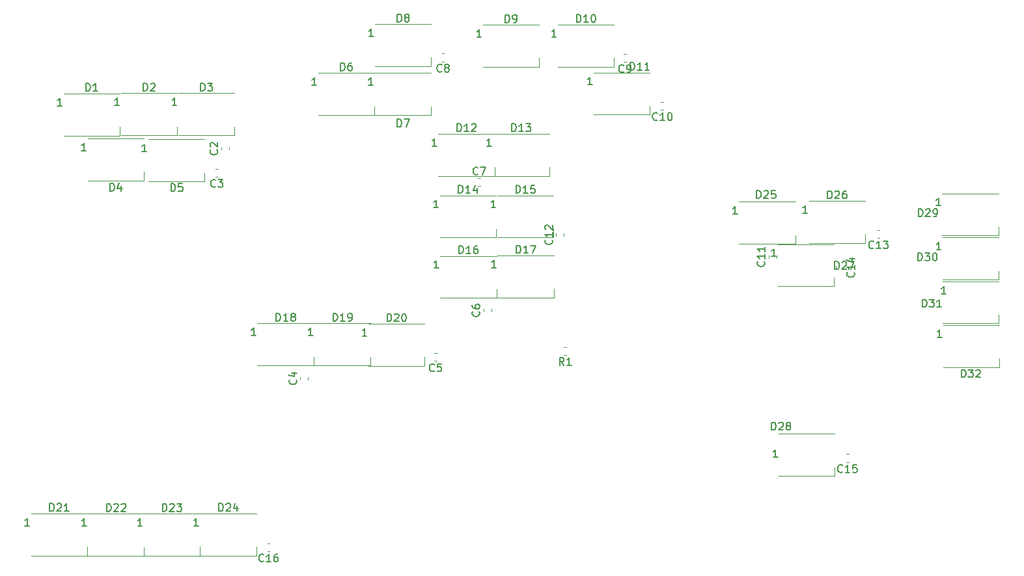
<source format=gbr>
%TF.GenerationSoftware,KiCad,Pcbnew,(5.1.6)-1*%
%TF.CreationDate,2020-12-18T17:33:36+11:00*%
%TF.ProjectId,Fuel Panel PCB V2,4675656c-2050-4616-9e65-6c2050434220,rev?*%
%TF.SameCoordinates,Original*%
%TF.FileFunction,Legend,Top*%
%TF.FilePolarity,Positive*%
%FSLAX46Y46*%
G04 Gerber Fmt 4.6, Leading zero omitted, Abs format (unit mm)*
G04 Created by KiCad (PCBNEW (5.1.6)-1) date 2020-12-18 17:33:36*
%MOMM*%
%LPD*%
G01*
G04 APERTURE LIST*
%ADD10C,0.120000*%
%ADD11C,0.150000*%
G04 APERTURE END LIST*
D10*
%TO.C,R1*%
X170444779Y-121308000D02*
X170119221Y-121308000D01*
X170444779Y-122328000D02*
X170119221Y-122328000D01*
%TO.C,C16*%
X131846639Y-146883660D02*
X131521081Y-146883660D01*
X131846639Y-147903660D02*
X131521081Y-147903660D01*
%TO.C,C15*%
X207137319Y-135260620D02*
X206811761Y-135260620D01*
X207137319Y-136280620D02*
X206811761Y-136280620D01*
%TO.C,C14*%
X205509400Y-110786861D02*
X205509400Y-111112419D01*
X206529400Y-110786861D02*
X206529400Y-111112419D01*
%TO.C,C13*%
X211188619Y-106103960D02*
X210863061Y-106103960D01*
X211188619Y-107123960D02*
X210863061Y-107123960D01*
%TO.C,C12*%
X170121040Y-106860659D02*
X170121040Y-106535101D01*
X169101040Y-106860659D02*
X169101040Y-106535101D01*
%TO.C,C11*%
X197733380Y-109707799D02*
X197733380Y-109382241D01*
X196713380Y-109707799D02*
X196713380Y-109382241D01*
%TO.C,C10*%
X183060659Y-89406000D02*
X182735101Y-89406000D01*
X183060659Y-90426000D02*
X182735101Y-90426000D01*
%TO.C,C9*%
X178214139Y-83165220D02*
X177888581Y-83165220D01*
X178214139Y-84185220D02*
X177888581Y-84185220D01*
%TO.C,C8*%
X154543979Y-83106800D02*
X154218421Y-83106800D01*
X154543979Y-84126800D02*
X154218421Y-84126800D01*
%TO.C,C7*%
X158922401Y-100375180D02*
X159247959Y-100375180D01*
X158922401Y-99355180D02*
X159247959Y-99355180D01*
%TO.C,C6*%
X160646840Y-116695339D02*
X160646840Y-116369781D01*
X159626840Y-116695339D02*
X159626840Y-116369781D01*
%TO.C,C5*%
X153573799Y-122113580D02*
X153248241Y-122113580D01*
X153573799Y-123133580D02*
X153248241Y-123133580D01*
%TO.C,C4*%
X136840007Y-125559452D02*
X136840007Y-125233894D01*
X135820007Y-125559452D02*
X135820007Y-125233894D01*
%TO.C,C3*%
X125130879Y-98095340D02*
X124805321Y-98095340D01*
X125130879Y-99115340D02*
X124805321Y-99115340D01*
%TO.C,C2*%
X126565120Y-95626039D02*
X126565120Y-95300481D01*
X125545120Y-95626039D02*
X125545120Y-95300481D01*
%TO.C,D5*%
X123335000Y-99778000D02*
X123335000Y-98628000D01*
X116035000Y-99778000D02*
X123335000Y-99778000D01*
X116035000Y-94278000D02*
X123335000Y-94278000D01*
%TO.C,D28*%
X205326000Y-138132000D02*
X205326000Y-136982000D01*
X198026000Y-138132000D02*
X205326000Y-138132000D01*
X198026000Y-132632000D02*
X205326000Y-132632000D01*
%TO.C,D14*%
X161271000Y-107068000D02*
X161271000Y-105918000D01*
X153971000Y-107068000D02*
X161271000Y-107068000D01*
X153971000Y-101568000D02*
X161271000Y-101568000D01*
%TO.C,D32*%
X226752000Y-123933000D02*
X226752000Y-122783000D01*
X219452000Y-123933000D02*
X226752000Y-123933000D01*
X219452000Y-118433000D02*
X226752000Y-118433000D01*
%TO.C,D31*%
X226650000Y-118244000D02*
X226650000Y-117094000D01*
X219350000Y-118244000D02*
X226650000Y-118244000D01*
X219350000Y-112744000D02*
X226650000Y-112744000D01*
%TO.C,D30*%
X226650000Y-112554000D02*
X226650000Y-111404000D01*
X219350000Y-112554000D02*
X226650000Y-112554000D01*
X219350000Y-107054000D02*
X226650000Y-107054000D01*
%TO.C,D29*%
X226611000Y-106814000D02*
X226611000Y-105664000D01*
X219311000Y-106814000D02*
X226611000Y-106814000D01*
X219311000Y-101314000D02*
X226611000Y-101314000D01*
%TO.C,D27*%
X205213000Y-113418000D02*
X205213000Y-112268000D01*
X197913000Y-113418000D02*
X205213000Y-113418000D01*
X197913000Y-107918000D02*
X205213000Y-107918000D01*
%TO.C,D26*%
X209277000Y-107779000D02*
X209277000Y-106629000D01*
X201977000Y-107779000D02*
X209277000Y-107779000D01*
X201977000Y-102279000D02*
X209277000Y-102279000D01*
%TO.C,D25*%
X200184000Y-107881000D02*
X200184000Y-106731000D01*
X192884000Y-107881000D02*
X200184000Y-107881000D01*
X192884000Y-102381000D02*
X200184000Y-102381000D01*
%TO.C,D24*%
X130080000Y-148495000D02*
X130080000Y-147345000D01*
X122780000Y-148495000D02*
X130080000Y-148495000D01*
X122780000Y-142995000D02*
X130080000Y-142995000D01*
%TO.C,D23*%
X122764000Y-148520000D02*
X122764000Y-147370000D01*
X115464000Y-148520000D02*
X122764000Y-148520000D01*
X115464000Y-143020000D02*
X122764000Y-143020000D01*
%TO.C,D22*%
X115500000Y-148521000D02*
X115500000Y-147371000D01*
X108200000Y-148521000D02*
X115500000Y-148521000D01*
X108200000Y-143021000D02*
X115500000Y-143021000D01*
%TO.C,D21*%
X108095000Y-148495000D02*
X108095000Y-147345000D01*
X100795000Y-148495000D02*
X108095000Y-148495000D01*
X100795000Y-142995000D02*
X108095000Y-142995000D01*
%TO.C,D20*%
X151974000Y-123781000D02*
X151974000Y-122631000D01*
X144674000Y-123781000D02*
X151974000Y-123781000D01*
X144674000Y-118281000D02*
X151974000Y-118281000D01*
%TO.C,D19*%
X144964000Y-123730000D02*
X144964000Y-122580000D01*
X137664000Y-123730000D02*
X144964000Y-123730000D01*
X137664000Y-118230000D02*
X144964000Y-118230000D01*
%TO.C,D18*%
X137547000Y-123730000D02*
X137547000Y-122580000D01*
X130247000Y-123730000D02*
X137547000Y-123730000D01*
X130247000Y-118230000D02*
X137547000Y-118230000D01*
%TO.C,D17*%
X168789000Y-114891000D02*
X168789000Y-113741000D01*
X161489000Y-114891000D02*
X168789000Y-114891000D01*
X161489000Y-109391000D02*
X168789000Y-109391000D01*
%TO.C,D16*%
X161322000Y-114942000D02*
X161322000Y-113792000D01*
X154022000Y-114942000D02*
X161322000Y-114942000D01*
X154022000Y-109442000D02*
X161322000Y-109442000D01*
%TO.C,D15*%
X168738000Y-107068000D02*
X168738000Y-105918000D01*
X161438000Y-107068000D02*
X168738000Y-107068000D01*
X161438000Y-101568000D02*
X168738000Y-101568000D01*
%TO.C,D13*%
X168180000Y-99041200D02*
X168180000Y-97891200D01*
X160880000Y-99041200D02*
X168180000Y-99041200D01*
X160880000Y-93541200D02*
X168180000Y-93541200D01*
%TO.C,D12*%
X161068000Y-99041200D02*
X161068000Y-97891200D01*
X153768000Y-99041200D02*
X161068000Y-99041200D01*
X153768000Y-93541200D02*
X161068000Y-93541200D01*
%TO.C,D11*%
X181286000Y-91065600D02*
X181286000Y-89915600D01*
X173986000Y-91065600D02*
X181286000Y-91065600D01*
X173986000Y-85565600D02*
X181286000Y-85565600D01*
%TO.C,D10*%
X176612000Y-84817200D02*
X176612000Y-83667200D01*
X169312000Y-84817200D02*
X176612000Y-84817200D01*
X169312000Y-79317200D02*
X176612000Y-79317200D01*
%TO.C,D9*%
X166870000Y-84842800D02*
X166870000Y-83692800D01*
X159570000Y-84842800D02*
X166870000Y-84842800D01*
X159570000Y-79342800D02*
X166870000Y-79342800D01*
%TO.C,D8*%
X152838000Y-84766400D02*
X152838000Y-83616400D01*
X145538000Y-84766400D02*
X152838000Y-84766400D01*
X145538000Y-79266400D02*
X152838000Y-79266400D01*
%TO.C,D7*%
X152787000Y-91116800D02*
X152787000Y-89966800D01*
X145487000Y-91116800D02*
X152787000Y-91116800D01*
X145487000Y-85616800D02*
X152787000Y-85616800D01*
%TO.C,D6*%
X145444000Y-91116800D02*
X145444000Y-89966800D01*
X138144000Y-91116800D02*
X145444000Y-91116800D01*
X138144000Y-85616800D02*
X145444000Y-85616800D01*
%TO.C,D4*%
X115472000Y-99650800D02*
X115472000Y-98500800D01*
X108172000Y-99650800D02*
X115472000Y-99650800D01*
X108172000Y-94150800D02*
X115472000Y-94150800D01*
%TO.C,D3*%
X127258000Y-93758400D02*
X127258000Y-92608400D01*
X119958000Y-93758400D02*
X127258000Y-93758400D01*
X119958000Y-88258400D02*
X127258000Y-88258400D01*
%TO.C,D2*%
X119790000Y-93758000D02*
X119790000Y-92608000D01*
X112490000Y-93758000D02*
X119790000Y-93758000D01*
X112490000Y-88258000D02*
X119790000Y-88258000D01*
%TO.C,D1*%
X112323000Y-93783600D02*
X112323000Y-92633600D01*
X105023000Y-93783600D02*
X112323000Y-93783600D01*
X105023000Y-88283600D02*
X112323000Y-88283600D01*
%TO.C,R1*%
D11*
X170115333Y-123700380D02*
X169782000Y-123224190D01*
X169543904Y-123700380D02*
X169543904Y-122700380D01*
X169924857Y-122700380D01*
X170020095Y-122748000D01*
X170067714Y-122795619D01*
X170115333Y-122890857D01*
X170115333Y-123033714D01*
X170067714Y-123128952D01*
X170020095Y-123176571D01*
X169924857Y-123224190D01*
X169543904Y-123224190D01*
X171067714Y-123700380D02*
X170496285Y-123700380D01*
X170782000Y-123700380D02*
X170782000Y-122700380D01*
X170686761Y-122843238D01*
X170591523Y-122938476D01*
X170496285Y-122986095D01*
%TO.C,C16*%
X131041002Y-149180802D02*
X130993383Y-149228421D01*
X130850526Y-149276040D01*
X130755288Y-149276040D01*
X130612431Y-149228421D01*
X130517193Y-149133183D01*
X130469574Y-149037945D01*
X130421955Y-148847469D01*
X130421955Y-148704612D01*
X130469574Y-148514136D01*
X130517193Y-148418898D01*
X130612431Y-148323660D01*
X130755288Y-148276040D01*
X130850526Y-148276040D01*
X130993383Y-148323660D01*
X131041002Y-148371279D01*
X131993383Y-149276040D02*
X131421955Y-149276040D01*
X131707669Y-149276040D02*
X131707669Y-148276040D01*
X131612431Y-148418898D01*
X131517193Y-148514136D01*
X131421955Y-148561755D01*
X132850526Y-148276040D02*
X132660050Y-148276040D01*
X132564812Y-148323660D01*
X132517193Y-148371279D01*
X132421955Y-148514136D01*
X132374336Y-148704612D01*
X132374336Y-149085564D01*
X132421955Y-149180802D01*
X132469574Y-149228421D01*
X132564812Y-149276040D01*
X132755288Y-149276040D01*
X132850526Y-149228421D01*
X132898145Y-149180802D01*
X132945764Y-149085564D01*
X132945764Y-148847469D01*
X132898145Y-148752231D01*
X132850526Y-148704612D01*
X132755288Y-148656993D01*
X132564812Y-148656993D01*
X132469574Y-148704612D01*
X132421955Y-148752231D01*
X132374336Y-148847469D01*
%TO.C,C15*%
X206331682Y-137557762D02*
X206284063Y-137605381D01*
X206141206Y-137653000D01*
X206045968Y-137653000D01*
X205903111Y-137605381D01*
X205807873Y-137510143D01*
X205760254Y-137414905D01*
X205712635Y-137224429D01*
X205712635Y-137081572D01*
X205760254Y-136891096D01*
X205807873Y-136795858D01*
X205903111Y-136700620D01*
X206045968Y-136653000D01*
X206141206Y-136653000D01*
X206284063Y-136700620D01*
X206331682Y-136748239D01*
X207284063Y-137653000D02*
X206712635Y-137653000D01*
X206998349Y-137653000D02*
X206998349Y-136653000D01*
X206903111Y-136795858D01*
X206807873Y-136891096D01*
X206712635Y-136938715D01*
X208188825Y-136653000D02*
X207712635Y-136653000D01*
X207665016Y-137129191D01*
X207712635Y-137081572D01*
X207807873Y-137033953D01*
X208045968Y-137033953D01*
X208141206Y-137081572D01*
X208188825Y-137129191D01*
X208236444Y-137224429D01*
X208236444Y-137462524D01*
X208188825Y-137557762D01*
X208141206Y-137605381D01*
X208045968Y-137653000D01*
X207807873Y-137653000D01*
X207712635Y-137605381D01*
X207665016Y-137557762D01*
%TO.C,C14*%
X207806542Y-111592497D02*
X207854161Y-111640116D01*
X207901780Y-111782973D01*
X207901780Y-111878211D01*
X207854161Y-112021068D01*
X207758923Y-112116306D01*
X207663685Y-112163925D01*
X207473209Y-112211544D01*
X207330352Y-112211544D01*
X207139876Y-112163925D01*
X207044638Y-112116306D01*
X206949400Y-112021068D01*
X206901780Y-111878211D01*
X206901780Y-111782973D01*
X206949400Y-111640116D01*
X206997019Y-111592497D01*
X207901780Y-110640116D02*
X207901780Y-111211544D01*
X207901780Y-110925830D02*
X206901780Y-110925830D01*
X207044638Y-111021068D01*
X207139876Y-111116306D01*
X207187495Y-111211544D01*
X207235114Y-109782973D02*
X207901780Y-109782973D01*
X206854161Y-110021068D02*
X207568447Y-110259163D01*
X207568447Y-109640116D01*
%TO.C,C13*%
X210382982Y-108401102D02*
X210335363Y-108448721D01*
X210192506Y-108496340D01*
X210097268Y-108496340D01*
X209954411Y-108448721D01*
X209859173Y-108353483D01*
X209811554Y-108258245D01*
X209763935Y-108067769D01*
X209763935Y-107924912D01*
X209811554Y-107734436D01*
X209859173Y-107639198D01*
X209954411Y-107543960D01*
X210097268Y-107496340D01*
X210192506Y-107496340D01*
X210335363Y-107543960D01*
X210382982Y-107591579D01*
X211335363Y-108496340D02*
X210763935Y-108496340D01*
X211049649Y-108496340D02*
X211049649Y-107496340D01*
X210954411Y-107639198D01*
X210859173Y-107734436D01*
X210763935Y-107782055D01*
X211668697Y-107496340D02*
X212287744Y-107496340D01*
X211954411Y-107877293D01*
X212097268Y-107877293D01*
X212192506Y-107924912D01*
X212240125Y-107972531D01*
X212287744Y-108067769D01*
X212287744Y-108305864D01*
X212240125Y-108401102D01*
X212192506Y-108448721D01*
X212097268Y-108496340D01*
X211811554Y-108496340D01*
X211716316Y-108448721D01*
X211668697Y-108401102D01*
%TO.C,C12*%
X168538182Y-107340737D02*
X168585801Y-107388356D01*
X168633420Y-107531213D01*
X168633420Y-107626451D01*
X168585801Y-107769308D01*
X168490563Y-107864546D01*
X168395325Y-107912165D01*
X168204849Y-107959784D01*
X168061992Y-107959784D01*
X167871516Y-107912165D01*
X167776278Y-107864546D01*
X167681040Y-107769308D01*
X167633420Y-107626451D01*
X167633420Y-107531213D01*
X167681040Y-107388356D01*
X167728659Y-107340737D01*
X168633420Y-106388356D02*
X168633420Y-106959784D01*
X168633420Y-106674070D02*
X167633420Y-106674070D01*
X167776278Y-106769308D01*
X167871516Y-106864546D01*
X167919135Y-106959784D01*
X167728659Y-106007403D02*
X167681040Y-105959784D01*
X167633420Y-105864546D01*
X167633420Y-105626451D01*
X167681040Y-105531213D01*
X167728659Y-105483594D01*
X167823897Y-105435975D01*
X167919135Y-105435975D01*
X168061992Y-105483594D01*
X168633420Y-106055022D01*
X168633420Y-105435975D01*
%TO.C,C11*%
X196150522Y-110187877D02*
X196198141Y-110235496D01*
X196245760Y-110378353D01*
X196245760Y-110473591D01*
X196198141Y-110616448D01*
X196102903Y-110711686D01*
X196007665Y-110759305D01*
X195817189Y-110806924D01*
X195674332Y-110806924D01*
X195483856Y-110759305D01*
X195388618Y-110711686D01*
X195293380Y-110616448D01*
X195245760Y-110473591D01*
X195245760Y-110378353D01*
X195293380Y-110235496D01*
X195340999Y-110187877D01*
X196245760Y-109235496D02*
X196245760Y-109806924D01*
X196245760Y-109521210D02*
X195245760Y-109521210D01*
X195388618Y-109616448D01*
X195483856Y-109711686D01*
X195531475Y-109806924D01*
X196245760Y-108283115D02*
X196245760Y-108854543D01*
X196245760Y-108568829D02*
X195245760Y-108568829D01*
X195388618Y-108664067D01*
X195483856Y-108759305D01*
X195531475Y-108854543D01*
%TO.C,C10*%
X182255022Y-91703142D02*
X182207403Y-91750761D01*
X182064546Y-91798380D01*
X181969308Y-91798380D01*
X181826451Y-91750761D01*
X181731213Y-91655523D01*
X181683594Y-91560285D01*
X181635975Y-91369809D01*
X181635975Y-91226952D01*
X181683594Y-91036476D01*
X181731213Y-90941238D01*
X181826451Y-90846000D01*
X181969308Y-90798380D01*
X182064546Y-90798380D01*
X182207403Y-90846000D01*
X182255022Y-90893619D01*
X183207403Y-91798380D02*
X182635975Y-91798380D01*
X182921689Y-91798380D02*
X182921689Y-90798380D01*
X182826451Y-90941238D01*
X182731213Y-91036476D01*
X182635975Y-91084095D01*
X183826451Y-90798380D02*
X183921689Y-90798380D01*
X184016927Y-90846000D01*
X184064546Y-90893619D01*
X184112165Y-90988857D01*
X184159784Y-91179333D01*
X184159784Y-91417428D01*
X184112165Y-91607904D01*
X184064546Y-91703142D01*
X184016927Y-91750761D01*
X183921689Y-91798380D01*
X183826451Y-91798380D01*
X183731213Y-91750761D01*
X183683594Y-91703142D01*
X183635975Y-91607904D01*
X183588356Y-91417428D01*
X183588356Y-91179333D01*
X183635975Y-90988857D01*
X183683594Y-90893619D01*
X183731213Y-90846000D01*
X183826451Y-90798380D01*
%TO.C,C9*%
X177884693Y-85462362D02*
X177837074Y-85509981D01*
X177694217Y-85557600D01*
X177598979Y-85557600D01*
X177456121Y-85509981D01*
X177360883Y-85414743D01*
X177313264Y-85319505D01*
X177265645Y-85129029D01*
X177265645Y-84986172D01*
X177313264Y-84795696D01*
X177360883Y-84700458D01*
X177456121Y-84605220D01*
X177598979Y-84557600D01*
X177694217Y-84557600D01*
X177837074Y-84605220D01*
X177884693Y-84652839D01*
X178360883Y-85557600D02*
X178551360Y-85557600D01*
X178646598Y-85509981D01*
X178694217Y-85462362D01*
X178789455Y-85319505D01*
X178837074Y-85129029D01*
X178837074Y-84748077D01*
X178789455Y-84652839D01*
X178741836Y-84605220D01*
X178646598Y-84557600D01*
X178456121Y-84557600D01*
X178360883Y-84605220D01*
X178313264Y-84652839D01*
X178265645Y-84748077D01*
X178265645Y-84986172D01*
X178313264Y-85081410D01*
X178360883Y-85129029D01*
X178456121Y-85176648D01*
X178646598Y-85176648D01*
X178741836Y-85129029D01*
X178789455Y-85081410D01*
X178837074Y-84986172D01*
%TO.C,C8*%
X154214533Y-85403942D02*
X154166914Y-85451561D01*
X154024057Y-85499180D01*
X153928819Y-85499180D01*
X153785961Y-85451561D01*
X153690723Y-85356323D01*
X153643104Y-85261085D01*
X153595485Y-85070609D01*
X153595485Y-84927752D01*
X153643104Y-84737276D01*
X153690723Y-84642038D01*
X153785961Y-84546800D01*
X153928819Y-84499180D01*
X154024057Y-84499180D01*
X154166914Y-84546800D01*
X154214533Y-84594419D01*
X154785961Y-84927752D02*
X154690723Y-84880133D01*
X154643104Y-84832514D01*
X154595485Y-84737276D01*
X154595485Y-84689657D01*
X154643104Y-84594419D01*
X154690723Y-84546800D01*
X154785961Y-84499180D01*
X154976438Y-84499180D01*
X155071676Y-84546800D01*
X155119295Y-84594419D01*
X155166914Y-84689657D01*
X155166914Y-84737276D01*
X155119295Y-84832514D01*
X155071676Y-84880133D01*
X154976438Y-84927752D01*
X154785961Y-84927752D01*
X154690723Y-84975371D01*
X154643104Y-85022990D01*
X154595485Y-85118228D01*
X154595485Y-85308704D01*
X154643104Y-85403942D01*
X154690723Y-85451561D01*
X154785961Y-85499180D01*
X154976438Y-85499180D01*
X155071676Y-85451561D01*
X155119295Y-85403942D01*
X155166914Y-85308704D01*
X155166914Y-85118228D01*
X155119295Y-85022990D01*
X155071676Y-84975371D01*
X154976438Y-84927752D01*
%TO.C,C7*%
X158918513Y-98792322D02*
X158870894Y-98839941D01*
X158728037Y-98887560D01*
X158632799Y-98887560D01*
X158489941Y-98839941D01*
X158394703Y-98744703D01*
X158347084Y-98649465D01*
X158299465Y-98458989D01*
X158299465Y-98316132D01*
X158347084Y-98125656D01*
X158394703Y-98030418D01*
X158489941Y-97935180D01*
X158632799Y-97887560D01*
X158728037Y-97887560D01*
X158870894Y-97935180D01*
X158918513Y-97982799D01*
X159251846Y-97887560D02*
X159918513Y-97887560D01*
X159489941Y-98887560D01*
%TO.C,C6*%
X159063982Y-116699226D02*
X159111601Y-116746845D01*
X159159220Y-116889702D01*
X159159220Y-116984940D01*
X159111601Y-117127798D01*
X159016363Y-117223036D01*
X158921125Y-117270655D01*
X158730649Y-117318274D01*
X158587792Y-117318274D01*
X158397316Y-117270655D01*
X158302078Y-117223036D01*
X158206840Y-117127798D01*
X158159220Y-116984940D01*
X158159220Y-116889702D01*
X158206840Y-116746845D01*
X158254459Y-116699226D01*
X158159220Y-115842083D02*
X158159220Y-116032560D01*
X158206840Y-116127798D01*
X158254459Y-116175417D01*
X158397316Y-116270655D01*
X158587792Y-116318274D01*
X158968744Y-116318274D01*
X159063982Y-116270655D01*
X159111601Y-116223036D01*
X159159220Y-116127798D01*
X159159220Y-115937321D01*
X159111601Y-115842083D01*
X159063982Y-115794464D01*
X158968744Y-115746845D01*
X158730649Y-115746845D01*
X158635411Y-115794464D01*
X158587792Y-115842083D01*
X158540173Y-115937321D01*
X158540173Y-116127798D01*
X158587792Y-116223036D01*
X158635411Y-116270655D01*
X158730649Y-116318274D01*
%TO.C,C5*%
X153244353Y-124410722D02*
X153196734Y-124458341D01*
X153053877Y-124505960D01*
X152958639Y-124505960D01*
X152815781Y-124458341D01*
X152720543Y-124363103D01*
X152672924Y-124267865D01*
X152625305Y-124077389D01*
X152625305Y-123934532D01*
X152672924Y-123744056D01*
X152720543Y-123648818D01*
X152815781Y-123553580D01*
X152958639Y-123505960D01*
X153053877Y-123505960D01*
X153196734Y-123553580D01*
X153244353Y-123601199D01*
X154149115Y-123505960D02*
X153672924Y-123505960D01*
X153625305Y-123982151D01*
X153672924Y-123934532D01*
X153768162Y-123886913D01*
X154006258Y-123886913D01*
X154101496Y-123934532D01*
X154149115Y-123982151D01*
X154196734Y-124077389D01*
X154196734Y-124315484D01*
X154149115Y-124410722D01*
X154101496Y-124458341D01*
X154006258Y-124505960D01*
X153768162Y-124505960D01*
X153672924Y-124458341D01*
X153625305Y-124410722D01*
%TO.C,C4*%
X135257149Y-125563339D02*
X135304768Y-125610958D01*
X135352387Y-125753815D01*
X135352387Y-125849053D01*
X135304768Y-125991911D01*
X135209530Y-126087149D01*
X135114292Y-126134768D01*
X134923816Y-126182387D01*
X134780959Y-126182387D01*
X134590483Y-126134768D01*
X134495245Y-126087149D01*
X134400007Y-125991911D01*
X134352387Y-125849053D01*
X134352387Y-125753815D01*
X134400007Y-125610958D01*
X134447626Y-125563339D01*
X134685721Y-124706196D02*
X135352387Y-124706196D01*
X134304768Y-124944292D02*
X135019054Y-125182387D01*
X135019054Y-124563339D01*
%TO.C,C3*%
X124801433Y-100392482D02*
X124753814Y-100440101D01*
X124610957Y-100487720D01*
X124515719Y-100487720D01*
X124372861Y-100440101D01*
X124277623Y-100344863D01*
X124230004Y-100249625D01*
X124182385Y-100059149D01*
X124182385Y-99916292D01*
X124230004Y-99725816D01*
X124277623Y-99630578D01*
X124372861Y-99535340D01*
X124515719Y-99487720D01*
X124610957Y-99487720D01*
X124753814Y-99535340D01*
X124801433Y-99582959D01*
X125134766Y-99487720D02*
X125753814Y-99487720D01*
X125420480Y-99868673D01*
X125563338Y-99868673D01*
X125658576Y-99916292D01*
X125706195Y-99963911D01*
X125753814Y-100059149D01*
X125753814Y-100297244D01*
X125706195Y-100392482D01*
X125658576Y-100440101D01*
X125563338Y-100487720D01*
X125277623Y-100487720D01*
X125182385Y-100440101D01*
X125134766Y-100392482D01*
%TO.C,C2*%
X124982262Y-95629926D02*
X125029881Y-95677545D01*
X125077500Y-95820402D01*
X125077500Y-95915640D01*
X125029881Y-96058498D01*
X124934643Y-96153736D01*
X124839405Y-96201355D01*
X124648929Y-96248974D01*
X124506072Y-96248974D01*
X124315596Y-96201355D01*
X124220358Y-96153736D01*
X124125120Y-96058498D01*
X124077500Y-95915640D01*
X124077500Y-95820402D01*
X124125120Y-95677545D01*
X124172739Y-95629926D01*
X124172739Y-95248974D02*
X124125120Y-95201355D01*
X124077500Y-95106117D01*
X124077500Y-94868021D01*
X124125120Y-94772783D01*
X124172739Y-94725164D01*
X124267977Y-94677545D01*
X124363215Y-94677545D01*
X124506072Y-94725164D01*
X125077500Y-95296593D01*
X125077500Y-94677545D01*
%TO.C,D5*%
X118997704Y-101036380D02*
X118997704Y-100036380D01*
X119235800Y-100036380D01*
X119378657Y-100084000D01*
X119473895Y-100179238D01*
X119521514Y-100274476D01*
X119569133Y-100464952D01*
X119569133Y-100607809D01*
X119521514Y-100798285D01*
X119473895Y-100893523D01*
X119378657Y-100988761D01*
X119235800Y-101036380D01*
X118997704Y-101036380D01*
X120473895Y-100036380D02*
X119997704Y-100036380D01*
X119950085Y-100512571D01*
X119997704Y-100464952D01*
X120092942Y-100417333D01*
X120331038Y-100417333D01*
X120426276Y-100464952D01*
X120473895Y-100512571D01*
X120521514Y-100607809D01*
X120521514Y-100845904D01*
X120473895Y-100941142D01*
X120426276Y-100988761D01*
X120331038Y-101036380D01*
X120092942Y-101036380D01*
X119997704Y-100988761D01*
X119950085Y-100941142D01*
X115820714Y-95880380D02*
X115249285Y-95880380D01*
X115535000Y-95880380D02*
X115535000Y-94880380D01*
X115439761Y-95023238D01*
X115344523Y-95118476D01*
X115249285Y-95166095D01*
%TO.C,D28*%
X197108914Y-132125980D02*
X197108914Y-131125980D01*
X197347009Y-131125980D01*
X197489866Y-131173600D01*
X197585104Y-131268838D01*
X197632723Y-131364076D01*
X197680342Y-131554552D01*
X197680342Y-131697409D01*
X197632723Y-131887885D01*
X197585104Y-131983123D01*
X197489866Y-132078361D01*
X197347009Y-132125980D01*
X197108914Y-132125980D01*
X198061295Y-131221219D02*
X198108914Y-131173600D01*
X198204152Y-131125980D01*
X198442247Y-131125980D01*
X198537485Y-131173600D01*
X198585104Y-131221219D01*
X198632723Y-131316457D01*
X198632723Y-131411695D01*
X198585104Y-131554552D01*
X198013676Y-132125980D01*
X198632723Y-132125980D01*
X199204152Y-131554552D02*
X199108914Y-131506933D01*
X199061295Y-131459314D01*
X199013676Y-131364076D01*
X199013676Y-131316457D01*
X199061295Y-131221219D01*
X199108914Y-131173600D01*
X199204152Y-131125980D01*
X199394628Y-131125980D01*
X199489866Y-131173600D01*
X199537485Y-131221219D01*
X199585104Y-131316457D01*
X199585104Y-131364076D01*
X199537485Y-131459314D01*
X199489866Y-131506933D01*
X199394628Y-131554552D01*
X199204152Y-131554552D01*
X199108914Y-131602171D01*
X199061295Y-131649790D01*
X199013676Y-131745028D01*
X199013676Y-131935504D01*
X199061295Y-132030742D01*
X199108914Y-132078361D01*
X199204152Y-132125980D01*
X199394628Y-132125980D01*
X199489866Y-132078361D01*
X199537485Y-132030742D01*
X199585104Y-131935504D01*
X199585104Y-131745028D01*
X199537485Y-131649790D01*
X199489866Y-131602171D01*
X199394628Y-131554552D01*
X197897714Y-135681980D02*
X197326285Y-135681980D01*
X197612000Y-135681980D02*
X197612000Y-134681980D01*
X197516761Y-134824838D01*
X197421523Y-134920076D01*
X197326285Y-134967695D01*
%TO.C,D14*%
X156406714Y-101270380D02*
X156406714Y-100270380D01*
X156644809Y-100270380D01*
X156787666Y-100318000D01*
X156882904Y-100413238D01*
X156930523Y-100508476D01*
X156978142Y-100698952D01*
X156978142Y-100841809D01*
X156930523Y-101032285D01*
X156882904Y-101127523D01*
X156787666Y-101222761D01*
X156644809Y-101270380D01*
X156406714Y-101270380D01*
X157930523Y-101270380D02*
X157359095Y-101270380D01*
X157644809Y-101270380D02*
X157644809Y-100270380D01*
X157549571Y-100413238D01*
X157454333Y-100508476D01*
X157359095Y-100556095D01*
X158787666Y-100603714D02*
X158787666Y-101270380D01*
X158549571Y-100222761D02*
X158311476Y-100937047D01*
X158930523Y-100937047D01*
X153756714Y-103170380D02*
X153185285Y-103170380D01*
X153471000Y-103170380D02*
X153471000Y-102170380D01*
X153375761Y-102313238D01*
X153280523Y-102408476D01*
X153185285Y-102456095D01*
%TO.C,D32*%
X221797714Y-125267980D02*
X221797714Y-124267980D01*
X222035809Y-124267980D01*
X222178666Y-124315600D01*
X222273904Y-124410838D01*
X222321523Y-124506076D01*
X222369142Y-124696552D01*
X222369142Y-124839409D01*
X222321523Y-125029885D01*
X222273904Y-125125123D01*
X222178666Y-125220361D01*
X222035809Y-125267980D01*
X221797714Y-125267980D01*
X222702476Y-124267980D02*
X223321523Y-124267980D01*
X222988190Y-124648933D01*
X223131047Y-124648933D01*
X223226285Y-124696552D01*
X223273904Y-124744171D01*
X223321523Y-124839409D01*
X223321523Y-125077504D01*
X223273904Y-125172742D01*
X223226285Y-125220361D01*
X223131047Y-125267980D01*
X222845333Y-125267980D01*
X222750095Y-125220361D01*
X222702476Y-125172742D01*
X223702476Y-124363219D02*
X223750095Y-124315600D01*
X223845333Y-124267980D01*
X224083428Y-124267980D01*
X224178666Y-124315600D01*
X224226285Y-124363219D01*
X224273904Y-124458457D01*
X224273904Y-124553695D01*
X224226285Y-124696552D01*
X223654857Y-125267980D01*
X224273904Y-125267980D01*
X219237714Y-120035380D02*
X218666285Y-120035380D01*
X218952000Y-120035380D02*
X218952000Y-119035380D01*
X218856761Y-119178238D01*
X218761523Y-119273476D01*
X218666285Y-119321095D01*
%TO.C,D31*%
X216717714Y-116123980D02*
X216717714Y-115123980D01*
X216955809Y-115123980D01*
X217098666Y-115171600D01*
X217193904Y-115266838D01*
X217241523Y-115362076D01*
X217289142Y-115552552D01*
X217289142Y-115695409D01*
X217241523Y-115885885D01*
X217193904Y-115981123D01*
X217098666Y-116076361D01*
X216955809Y-116123980D01*
X216717714Y-116123980D01*
X217622476Y-115123980D02*
X218241523Y-115123980D01*
X217908190Y-115504933D01*
X218051047Y-115504933D01*
X218146285Y-115552552D01*
X218193904Y-115600171D01*
X218241523Y-115695409D01*
X218241523Y-115933504D01*
X218193904Y-116028742D01*
X218146285Y-116076361D01*
X218051047Y-116123980D01*
X217765333Y-116123980D01*
X217670095Y-116076361D01*
X217622476Y-116028742D01*
X219193904Y-116123980D02*
X218622476Y-116123980D01*
X218908190Y-116123980D02*
X218908190Y-115123980D01*
X218812952Y-115266838D01*
X218717714Y-115362076D01*
X218622476Y-115409695D01*
X219792514Y-114396780D02*
X219221085Y-114396780D01*
X219506800Y-114396780D02*
X219506800Y-113396780D01*
X219411561Y-113539638D01*
X219316323Y-113634876D01*
X219221085Y-113682495D01*
%TO.C,D30*%
X216158514Y-110078780D02*
X216158514Y-109078780D01*
X216396609Y-109078780D01*
X216539466Y-109126400D01*
X216634704Y-109221638D01*
X216682323Y-109316876D01*
X216729942Y-109507352D01*
X216729942Y-109650209D01*
X216682323Y-109840685D01*
X216634704Y-109935923D01*
X216539466Y-110031161D01*
X216396609Y-110078780D01*
X216158514Y-110078780D01*
X217063276Y-109078780D02*
X217682323Y-109078780D01*
X217348990Y-109459733D01*
X217491847Y-109459733D01*
X217587085Y-109507352D01*
X217634704Y-109554971D01*
X217682323Y-109650209D01*
X217682323Y-109888304D01*
X217634704Y-109983542D01*
X217587085Y-110031161D01*
X217491847Y-110078780D01*
X217206133Y-110078780D01*
X217110895Y-110031161D01*
X217063276Y-109983542D01*
X218301371Y-109078780D02*
X218396609Y-109078780D01*
X218491847Y-109126400D01*
X218539466Y-109174019D01*
X218587085Y-109269257D01*
X218634704Y-109459733D01*
X218634704Y-109697828D01*
X218587085Y-109888304D01*
X218539466Y-109983542D01*
X218491847Y-110031161D01*
X218396609Y-110078780D01*
X218301371Y-110078780D01*
X218206133Y-110031161D01*
X218158514Y-109983542D01*
X218110895Y-109888304D01*
X218063276Y-109697828D01*
X218063276Y-109459733D01*
X218110895Y-109269257D01*
X218158514Y-109174019D01*
X218206133Y-109126400D01*
X218301371Y-109078780D01*
X219135714Y-108656380D02*
X218564285Y-108656380D01*
X218850000Y-108656380D02*
X218850000Y-107656380D01*
X218754761Y-107799238D01*
X218659523Y-107894476D01*
X218564285Y-107942095D01*
%TO.C,D29*%
X216209514Y-104338380D02*
X216209514Y-103338380D01*
X216447609Y-103338380D01*
X216590466Y-103386000D01*
X216685704Y-103481238D01*
X216733323Y-103576476D01*
X216780942Y-103766952D01*
X216780942Y-103909809D01*
X216733323Y-104100285D01*
X216685704Y-104195523D01*
X216590466Y-104290761D01*
X216447609Y-104338380D01*
X216209514Y-104338380D01*
X217161895Y-103433619D02*
X217209514Y-103386000D01*
X217304752Y-103338380D01*
X217542847Y-103338380D01*
X217638085Y-103386000D01*
X217685704Y-103433619D01*
X217733323Y-103528857D01*
X217733323Y-103624095D01*
X217685704Y-103766952D01*
X217114276Y-104338380D01*
X217733323Y-104338380D01*
X218209514Y-104338380D02*
X218399990Y-104338380D01*
X218495228Y-104290761D01*
X218542847Y-104243142D01*
X218638085Y-104100285D01*
X218685704Y-103909809D01*
X218685704Y-103528857D01*
X218638085Y-103433619D01*
X218590466Y-103386000D01*
X218495228Y-103338380D01*
X218304752Y-103338380D01*
X218209514Y-103386000D01*
X218161895Y-103433619D01*
X218114276Y-103528857D01*
X218114276Y-103766952D01*
X218161895Y-103862190D01*
X218209514Y-103909809D01*
X218304752Y-103957428D01*
X218495228Y-103957428D01*
X218590466Y-103909809D01*
X218638085Y-103862190D01*
X218685704Y-103766952D01*
X219096714Y-102916380D02*
X218525285Y-102916380D01*
X218811000Y-102916380D02*
X218811000Y-101916380D01*
X218715761Y-102059238D01*
X218620523Y-102154476D01*
X218525285Y-102202095D01*
%TO.C,D27*%
X205338714Y-111196780D02*
X205338714Y-110196780D01*
X205576809Y-110196780D01*
X205719666Y-110244400D01*
X205814904Y-110339638D01*
X205862523Y-110434876D01*
X205910142Y-110625352D01*
X205910142Y-110768209D01*
X205862523Y-110958685D01*
X205814904Y-111053923D01*
X205719666Y-111149161D01*
X205576809Y-111196780D01*
X205338714Y-111196780D01*
X206291095Y-110292019D02*
X206338714Y-110244400D01*
X206433952Y-110196780D01*
X206672047Y-110196780D01*
X206767285Y-110244400D01*
X206814904Y-110292019D01*
X206862523Y-110387257D01*
X206862523Y-110482495D01*
X206814904Y-110625352D01*
X206243476Y-111196780D01*
X206862523Y-111196780D01*
X207195857Y-110196780D02*
X207862523Y-110196780D01*
X207433952Y-111196780D01*
X197698714Y-109520380D02*
X197127285Y-109520380D01*
X197413000Y-109520380D02*
X197413000Y-108520380D01*
X197317761Y-108663238D01*
X197222523Y-108758476D01*
X197127285Y-108806095D01*
%TO.C,D26*%
X204412714Y-101981380D02*
X204412714Y-100981380D01*
X204650809Y-100981380D01*
X204793666Y-101029000D01*
X204888904Y-101124238D01*
X204936523Y-101219476D01*
X204984142Y-101409952D01*
X204984142Y-101552809D01*
X204936523Y-101743285D01*
X204888904Y-101838523D01*
X204793666Y-101933761D01*
X204650809Y-101981380D01*
X204412714Y-101981380D01*
X205365095Y-101076619D02*
X205412714Y-101029000D01*
X205507952Y-100981380D01*
X205746047Y-100981380D01*
X205841285Y-101029000D01*
X205888904Y-101076619D01*
X205936523Y-101171857D01*
X205936523Y-101267095D01*
X205888904Y-101409952D01*
X205317476Y-101981380D01*
X205936523Y-101981380D01*
X206793666Y-100981380D02*
X206603190Y-100981380D01*
X206507952Y-101029000D01*
X206460333Y-101076619D01*
X206365095Y-101219476D01*
X206317476Y-101409952D01*
X206317476Y-101790904D01*
X206365095Y-101886142D01*
X206412714Y-101933761D01*
X206507952Y-101981380D01*
X206698428Y-101981380D01*
X206793666Y-101933761D01*
X206841285Y-101886142D01*
X206888904Y-101790904D01*
X206888904Y-101552809D01*
X206841285Y-101457571D01*
X206793666Y-101409952D01*
X206698428Y-101362333D01*
X206507952Y-101362333D01*
X206412714Y-101409952D01*
X206365095Y-101457571D01*
X206317476Y-101552809D01*
X201762714Y-103881380D02*
X201191285Y-103881380D01*
X201477000Y-103881380D02*
X201477000Y-102881380D01*
X201381761Y-103024238D01*
X201286523Y-103119476D01*
X201191285Y-103167095D01*
%TO.C,D25*%
X195178914Y-101950980D02*
X195178914Y-100950980D01*
X195417009Y-100950980D01*
X195559866Y-100998600D01*
X195655104Y-101093838D01*
X195702723Y-101189076D01*
X195750342Y-101379552D01*
X195750342Y-101522409D01*
X195702723Y-101712885D01*
X195655104Y-101808123D01*
X195559866Y-101903361D01*
X195417009Y-101950980D01*
X195178914Y-101950980D01*
X196131295Y-101046219D02*
X196178914Y-100998600D01*
X196274152Y-100950980D01*
X196512247Y-100950980D01*
X196607485Y-100998600D01*
X196655104Y-101046219D01*
X196702723Y-101141457D01*
X196702723Y-101236695D01*
X196655104Y-101379552D01*
X196083676Y-101950980D01*
X196702723Y-101950980D01*
X197607485Y-100950980D02*
X197131295Y-100950980D01*
X197083676Y-101427171D01*
X197131295Y-101379552D01*
X197226533Y-101331933D01*
X197464628Y-101331933D01*
X197559866Y-101379552D01*
X197607485Y-101427171D01*
X197655104Y-101522409D01*
X197655104Y-101760504D01*
X197607485Y-101855742D01*
X197559866Y-101903361D01*
X197464628Y-101950980D01*
X197226533Y-101950980D01*
X197131295Y-101903361D01*
X197083676Y-101855742D01*
X192669714Y-103983380D02*
X192098285Y-103983380D01*
X192384000Y-103983380D02*
X192384000Y-102983380D01*
X192288761Y-103126238D01*
X192193523Y-103221476D01*
X192098285Y-103269095D01*
%TO.C,D24*%
X125215714Y-142697380D02*
X125215714Y-141697380D01*
X125453809Y-141697380D01*
X125596666Y-141745000D01*
X125691904Y-141840238D01*
X125739523Y-141935476D01*
X125787142Y-142125952D01*
X125787142Y-142268809D01*
X125739523Y-142459285D01*
X125691904Y-142554523D01*
X125596666Y-142649761D01*
X125453809Y-142697380D01*
X125215714Y-142697380D01*
X126168095Y-141792619D02*
X126215714Y-141745000D01*
X126310952Y-141697380D01*
X126549047Y-141697380D01*
X126644285Y-141745000D01*
X126691904Y-141792619D01*
X126739523Y-141887857D01*
X126739523Y-141983095D01*
X126691904Y-142125952D01*
X126120476Y-142697380D01*
X126739523Y-142697380D01*
X127596666Y-142030714D02*
X127596666Y-142697380D01*
X127358571Y-141649761D02*
X127120476Y-142364047D01*
X127739523Y-142364047D01*
X122565714Y-144597380D02*
X121994285Y-144597380D01*
X122280000Y-144597380D02*
X122280000Y-143597380D01*
X122184761Y-143740238D01*
X122089523Y-143835476D01*
X121994285Y-143883095D01*
%TO.C,D23*%
X117899714Y-142722380D02*
X117899714Y-141722380D01*
X118137809Y-141722380D01*
X118280666Y-141770000D01*
X118375904Y-141865238D01*
X118423523Y-141960476D01*
X118471142Y-142150952D01*
X118471142Y-142293809D01*
X118423523Y-142484285D01*
X118375904Y-142579523D01*
X118280666Y-142674761D01*
X118137809Y-142722380D01*
X117899714Y-142722380D01*
X118852095Y-141817619D02*
X118899714Y-141770000D01*
X118994952Y-141722380D01*
X119233047Y-141722380D01*
X119328285Y-141770000D01*
X119375904Y-141817619D01*
X119423523Y-141912857D01*
X119423523Y-142008095D01*
X119375904Y-142150952D01*
X118804476Y-142722380D01*
X119423523Y-142722380D01*
X119756857Y-141722380D02*
X120375904Y-141722380D01*
X120042571Y-142103333D01*
X120185428Y-142103333D01*
X120280666Y-142150952D01*
X120328285Y-142198571D01*
X120375904Y-142293809D01*
X120375904Y-142531904D01*
X120328285Y-142627142D01*
X120280666Y-142674761D01*
X120185428Y-142722380D01*
X119899714Y-142722380D01*
X119804476Y-142674761D01*
X119756857Y-142627142D01*
X115249714Y-144622380D02*
X114678285Y-144622380D01*
X114964000Y-144622380D02*
X114964000Y-143622380D01*
X114868761Y-143765238D01*
X114773523Y-143860476D01*
X114678285Y-143908095D01*
%TO.C,D22*%
X110635714Y-142723380D02*
X110635714Y-141723380D01*
X110873809Y-141723380D01*
X111016666Y-141771000D01*
X111111904Y-141866238D01*
X111159523Y-141961476D01*
X111207142Y-142151952D01*
X111207142Y-142294809D01*
X111159523Y-142485285D01*
X111111904Y-142580523D01*
X111016666Y-142675761D01*
X110873809Y-142723380D01*
X110635714Y-142723380D01*
X111588095Y-141818619D02*
X111635714Y-141771000D01*
X111730952Y-141723380D01*
X111969047Y-141723380D01*
X112064285Y-141771000D01*
X112111904Y-141818619D01*
X112159523Y-141913857D01*
X112159523Y-142009095D01*
X112111904Y-142151952D01*
X111540476Y-142723380D01*
X112159523Y-142723380D01*
X112540476Y-141818619D02*
X112588095Y-141771000D01*
X112683333Y-141723380D01*
X112921428Y-141723380D01*
X113016666Y-141771000D01*
X113064285Y-141818619D01*
X113111904Y-141913857D01*
X113111904Y-142009095D01*
X113064285Y-142151952D01*
X112492857Y-142723380D01*
X113111904Y-142723380D01*
X107985714Y-144623380D02*
X107414285Y-144623380D01*
X107700000Y-144623380D02*
X107700000Y-143623380D01*
X107604761Y-143766238D01*
X107509523Y-143861476D01*
X107414285Y-143909095D01*
%TO.C,D21*%
X103230714Y-142697380D02*
X103230714Y-141697380D01*
X103468809Y-141697380D01*
X103611666Y-141745000D01*
X103706904Y-141840238D01*
X103754523Y-141935476D01*
X103802142Y-142125952D01*
X103802142Y-142268809D01*
X103754523Y-142459285D01*
X103706904Y-142554523D01*
X103611666Y-142649761D01*
X103468809Y-142697380D01*
X103230714Y-142697380D01*
X104183095Y-141792619D02*
X104230714Y-141745000D01*
X104325952Y-141697380D01*
X104564047Y-141697380D01*
X104659285Y-141745000D01*
X104706904Y-141792619D01*
X104754523Y-141887857D01*
X104754523Y-141983095D01*
X104706904Y-142125952D01*
X104135476Y-142697380D01*
X104754523Y-142697380D01*
X105706904Y-142697380D02*
X105135476Y-142697380D01*
X105421190Y-142697380D02*
X105421190Y-141697380D01*
X105325952Y-141840238D01*
X105230714Y-141935476D01*
X105135476Y-141983095D01*
X100580714Y-144597380D02*
X100009285Y-144597380D01*
X100295000Y-144597380D02*
X100295000Y-143597380D01*
X100199761Y-143740238D01*
X100104523Y-143835476D01*
X100009285Y-143883095D01*
%TO.C,D20*%
X147109714Y-117983380D02*
X147109714Y-116983380D01*
X147347809Y-116983380D01*
X147490666Y-117031000D01*
X147585904Y-117126238D01*
X147633523Y-117221476D01*
X147681142Y-117411952D01*
X147681142Y-117554809D01*
X147633523Y-117745285D01*
X147585904Y-117840523D01*
X147490666Y-117935761D01*
X147347809Y-117983380D01*
X147109714Y-117983380D01*
X148062095Y-117078619D02*
X148109714Y-117031000D01*
X148204952Y-116983380D01*
X148443047Y-116983380D01*
X148538285Y-117031000D01*
X148585904Y-117078619D01*
X148633523Y-117173857D01*
X148633523Y-117269095D01*
X148585904Y-117411952D01*
X148014476Y-117983380D01*
X148633523Y-117983380D01*
X149252571Y-116983380D02*
X149347809Y-116983380D01*
X149443047Y-117031000D01*
X149490666Y-117078619D01*
X149538285Y-117173857D01*
X149585904Y-117364333D01*
X149585904Y-117602428D01*
X149538285Y-117792904D01*
X149490666Y-117888142D01*
X149443047Y-117935761D01*
X149347809Y-117983380D01*
X149252571Y-117983380D01*
X149157333Y-117935761D01*
X149109714Y-117888142D01*
X149062095Y-117792904D01*
X149014476Y-117602428D01*
X149014476Y-117364333D01*
X149062095Y-117173857D01*
X149109714Y-117078619D01*
X149157333Y-117031000D01*
X149252571Y-116983380D01*
X144459714Y-119883380D02*
X143888285Y-119883380D01*
X144174000Y-119883380D02*
X144174000Y-118883380D01*
X144078761Y-119026238D01*
X143983523Y-119121476D01*
X143888285Y-119169095D01*
%TO.C,D19*%
X140099714Y-117932380D02*
X140099714Y-116932380D01*
X140337809Y-116932380D01*
X140480666Y-116980000D01*
X140575904Y-117075238D01*
X140623523Y-117170476D01*
X140671142Y-117360952D01*
X140671142Y-117503809D01*
X140623523Y-117694285D01*
X140575904Y-117789523D01*
X140480666Y-117884761D01*
X140337809Y-117932380D01*
X140099714Y-117932380D01*
X141623523Y-117932380D02*
X141052095Y-117932380D01*
X141337809Y-117932380D02*
X141337809Y-116932380D01*
X141242571Y-117075238D01*
X141147333Y-117170476D01*
X141052095Y-117218095D01*
X142099714Y-117932380D02*
X142290190Y-117932380D01*
X142385428Y-117884761D01*
X142433047Y-117837142D01*
X142528285Y-117694285D01*
X142575904Y-117503809D01*
X142575904Y-117122857D01*
X142528285Y-117027619D01*
X142480666Y-116980000D01*
X142385428Y-116932380D01*
X142194952Y-116932380D01*
X142099714Y-116980000D01*
X142052095Y-117027619D01*
X142004476Y-117122857D01*
X142004476Y-117360952D01*
X142052095Y-117456190D01*
X142099714Y-117503809D01*
X142194952Y-117551428D01*
X142385428Y-117551428D01*
X142480666Y-117503809D01*
X142528285Y-117456190D01*
X142575904Y-117360952D01*
X137449714Y-119832380D02*
X136878285Y-119832380D01*
X137164000Y-119832380D02*
X137164000Y-118832380D01*
X137068761Y-118975238D01*
X136973523Y-119070476D01*
X136878285Y-119118095D01*
%TO.C,D18*%
X132682714Y-117932380D02*
X132682714Y-116932380D01*
X132920809Y-116932380D01*
X133063666Y-116980000D01*
X133158904Y-117075238D01*
X133206523Y-117170476D01*
X133254142Y-117360952D01*
X133254142Y-117503809D01*
X133206523Y-117694285D01*
X133158904Y-117789523D01*
X133063666Y-117884761D01*
X132920809Y-117932380D01*
X132682714Y-117932380D01*
X134206523Y-117932380D02*
X133635095Y-117932380D01*
X133920809Y-117932380D02*
X133920809Y-116932380D01*
X133825571Y-117075238D01*
X133730333Y-117170476D01*
X133635095Y-117218095D01*
X134777952Y-117360952D02*
X134682714Y-117313333D01*
X134635095Y-117265714D01*
X134587476Y-117170476D01*
X134587476Y-117122857D01*
X134635095Y-117027619D01*
X134682714Y-116980000D01*
X134777952Y-116932380D01*
X134968428Y-116932380D01*
X135063666Y-116980000D01*
X135111285Y-117027619D01*
X135158904Y-117122857D01*
X135158904Y-117170476D01*
X135111285Y-117265714D01*
X135063666Y-117313333D01*
X134968428Y-117360952D01*
X134777952Y-117360952D01*
X134682714Y-117408571D01*
X134635095Y-117456190D01*
X134587476Y-117551428D01*
X134587476Y-117741904D01*
X134635095Y-117837142D01*
X134682714Y-117884761D01*
X134777952Y-117932380D01*
X134968428Y-117932380D01*
X135063666Y-117884761D01*
X135111285Y-117837142D01*
X135158904Y-117741904D01*
X135158904Y-117551428D01*
X135111285Y-117456190D01*
X135063666Y-117408571D01*
X134968428Y-117360952D01*
X130032714Y-119832380D02*
X129461285Y-119832380D01*
X129747000Y-119832380D02*
X129747000Y-118832380D01*
X129651761Y-118975238D01*
X129556523Y-119070476D01*
X129461285Y-119118095D01*
%TO.C,D17*%
X163924714Y-109093380D02*
X163924714Y-108093380D01*
X164162809Y-108093380D01*
X164305666Y-108141000D01*
X164400904Y-108236238D01*
X164448523Y-108331476D01*
X164496142Y-108521952D01*
X164496142Y-108664809D01*
X164448523Y-108855285D01*
X164400904Y-108950523D01*
X164305666Y-109045761D01*
X164162809Y-109093380D01*
X163924714Y-109093380D01*
X165448523Y-109093380D02*
X164877095Y-109093380D01*
X165162809Y-109093380D02*
X165162809Y-108093380D01*
X165067571Y-108236238D01*
X164972333Y-108331476D01*
X164877095Y-108379095D01*
X165781857Y-108093380D02*
X166448523Y-108093380D01*
X166019952Y-109093380D01*
X161274714Y-110993380D02*
X160703285Y-110993380D01*
X160989000Y-110993380D02*
X160989000Y-109993380D01*
X160893761Y-110136238D01*
X160798523Y-110231476D01*
X160703285Y-110279095D01*
%TO.C,D16*%
X156457714Y-109144380D02*
X156457714Y-108144380D01*
X156695809Y-108144380D01*
X156838666Y-108192000D01*
X156933904Y-108287238D01*
X156981523Y-108382476D01*
X157029142Y-108572952D01*
X157029142Y-108715809D01*
X156981523Y-108906285D01*
X156933904Y-109001523D01*
X156838666Y-109096761D01*
X156695809Y-109144380D01*
X156457714Y-109144380D01*
X157981523Y-109144380D02*
X157410095Y-109144380D01*
X157695809Y-109144380D02*
X157695809Y-108144380D01*
X157600571Y-108287238D01*
X157505333Y-108382476D01*
X157410095Y-108430095D01*
X158838666Y-108144380D02*
X158648190Y-108144380D01*
X158552952Y-108192000D01*
X158505333Y-108239619D01*
X158410095Y-108382476D01*
X158362476Y-108572952D01*
X158362476Y-108953904D01*
X158410095Y-109049142D01*
X158457714Y-109096761D01*
X158552952Y-109144380D01*
X158743428Y-109144380D01*
X158838666Y-109096761D01*
X158886285Y-109049142D01*
X158933904Y-108953904D01*
X158933904Y-108715809D01*
X158886285Y-108620571D01*
X158838666Y-108572952D01*
X158743428Y-108525333D01*
X158552952Y-108525333D01*
X158457714Y-108572952D01*
X158410095Y-108620571D01*
X158362476Y-108715809D01*
X153807714Y-111044380D02*
X153236285Y-111044380D01*
X153522000Y-111044380D02*
X153522000Y-110044380D01*
X153426761Y-110187238D01*
X153331523Y-110282476D01*
X153236285Y-110330095D01*
%TO.C,D15*%
X163873714Y-101270380D02*
X163873714Y-100270380D01*
X164111809Y-100270380D01*
X164254666Y-100318000D01*
X164349904Y-100413238D01*
X164397523Y-100508476D01*
X164445142Y-100698952D01*
X164445142Y-100841809D01*
X164397523Y-101032285D01*
X164349904Y-101127523D01*
X164254666Y-101222761D01*
X164111809Y-101270380D01*
X163873714Y-101270380D01*
X165397523Y-101270380D02*
X164826095Y-101270380D01*
X165111809Y-101270380D02*
X165111809Y-100270380D01*
X165016571Y-100413238D01*
X164921333Y-100508476D01*
X164826095Y-100556095D01*
X166302285Y-100270380D02*
X165826095Y-100270380D01*
X165778476Y-100746571D01*
X165826095Y-100698952D01*
X165921333Y-100651333D01*
X166159428Y-100651333D01*
X166254666Y-100698952D01*
X166302285Y-100746571D01*
X166349904Y-100841809D01*
X166349904Y-101079904D01*
X166302285Y-101175142D01*
X166254666Y-101222761D01*
X166159428Y-101270380D01*
X165921333Y-101270380D01*
X165826095Y-101222761D01*
X165778476Y-101175142D01*
X161223714Y-103170380D02*
X160652285Y-103170380D01*
X160938000Y-103170380D02*
X160938000Y-102170380D01*
X160842761Y-102313238D01*
X160747523Y-102408476D01*
X160652285Y-102456095D01*
%TO.C,D13*%
X163315714Y-93243580D02*
X163315714Y-92243580D01*
X163553809Y-92243580D01*
X163696666Y-92291200D01*
X163791904Y-92386438D01*
X163839523Y-92481676D01*
X163887142Y-92672152D01*
X163887142Y-92815009D01*
X163839523Y-93005485D01*
X163791904Y-93100723D01*
X163696666Y-93195961D01*
X163553809Y-93243580D01*
X163315714Y-93243580D01*
X164839523Y-93243580D02*
X164268095Y-93243580D01*
X164553809Y-93243580D02*
X164553809Y-92243580D01*
X164458571Y-92386438D01*
X164363333Y-92481676D01*
X164268095Y-92529295D01*
X165172857Y-92243580D02*
X165791904Y-92243580D01*
X165458571Y-92624533D01*
X165601428Y-92624533D01*
X165696666Y-92672152D01*
X165744285Y-92719771D01*
X165791904Y-92815009D01*
X165791904Y-93053104D01*
X165744285Y-93148342D01*
X165696666Y-93195961D01*
X165601428Y-93243580D01*
X165315714Y-93243580D01*
X165220476Y-93195961D01*
X165172857Y-93148342D01*
X160665714Y-95143580D02*
X160094285Y-95143580D01*
X160380000Y-95143580D02*
X160380000Y-94143580D01*
X160284761Y-94286438D01*
X160189523Y-94381676D01*
X160094285Y-94429295D01*
%TO.C,D12*%
X156203714Y-93243580D02*
X156203714Y-92243580D01*
X156441809Y-92243580D01*
X156584666Y-92291200D01*
X156679904Y-92386438D01*
X156727523Y-92481676D01*
X156775142Y-92672152D01*
X156775142Y-92815009D01*
X156727523Y-93005485D01*
X156679904Y-93100723D01*
X156584666Y-93195961D01*
X156441809Y-93243580D01*
X156203714Y-93243580D01*
X157727523Y-93243580D02*
X157156095Y-93243580D01*
X157441809Y-93243580D02*
X157441809Y-92243580D01*
X157346571Y-92386438D01*
X157251333Y-92481676D01*
X157156095Y-92529295D01*
X158108476Y-92338819D02*
X158156095Y-92291200D01*
X158251333Y-92243580D01*
X158489428Y-92243580D01*
X158584666Y-92291200D01*
X158632285Y-92338819D01*
X158679904Y-92434057D01*
X158679904Y-92529295D01*
X158632285Y-92672152D01*
X158060857Y-93243580D01*
X158679904Y-93243580D01*
X153553714Y-95143580D02*
X152982285Y-95143580D01*
X153268000Y-95143580D02*
X153268000Y-94143580D01*
X153172761Y-94286438D01*
X153077523Y-94381676D01*
X152982285Y-94429295D01*
%TO.C,D11*%
X178719314Y-85237580D02*
X178719314Y-84237580D01*
X178957409Y-84237580D01*
X179100266Y-84285200D01*
X179195504Y-84380438D01*
X179243123Y-84475676D01*
X179290742Y-84666152D01*
X179290742Y-84809009D01*
X179243123Y-84999485D01*
X179195504Y-85094723D01*
X179100266Y-85189961D01*
X178957409Y-85237580D01*
X178719314Y-85237580D01*
X180243123Y-85237580D02*
X179671695Y-85237580D01*
X179957409Y-85237580D02*
X179957409Y-84237580D01*
X179862171Y-84380438D01*
X179766933Y-84475676D01*
X179671695Y-84523295D01*
X181195504Y-85237580D02*
X180624076Y-85237580D01*
X180909790Y-85237580D02*
X180909790Y-84237580D01*
X180814552Y-84380438D01*
X180719314Y-84475676D01*
X180624076Y-84523295D01*
X173771714Y-87167980D02*
X173200285Y-87167980D01*
X173486000Y-87167980D02*
X173486000Y-86167980D01*
X173390761Y-86310838D01*
X173295523Y-86406076D01*
X173200285Y-86453695D01*
%TO.C,D10*%
X171747714Y-79019580D02*
X171747714Y-78019580D01*
X171985809Y-78019580D01*
X172128666Y-78067200D01*
X172223904Y-78162438D01*
X172271523Y-78257676D01*
X172319142Y-78448152D01*
X172319142Y-78591009D01*
X172271523Y-78781485D01*
X172223904Y-78876723D01*
X172128666Y-78971961D01*
X171985809Y-79019580D01*
X171747714Y-79019580D01*
X173271523Y-79019580D02*
X172700095Y-79019580D01*
X172985809Y-79019580D02*
X172985809Y-78019580D01*
X172890571Y-78162438D01*
X172795333Y-78257676D01*
X172700095Y-78305295D01*
X173890571Y-78019580D02*
X173985809Y-78019580D01*
X174081047Y-78067200D01*
X174128666Y-78114819D01*
X174176285Y-78210057D01*
X174223904Y-78400533D01*
X174223904Y-78638628D01*
X174176285Y-78829104D01*
X174128666Y-78924342D01*
X174081047Y-78971961D01*
X173985809Y-79019580D01*
X173890571Y-79019580D01*
X173795333Y-78971961D01*
X173747714Y-78924342D01*
X173700095Y-78829104D01*
X173652476Y-78638628D01*
X173652476Y-78400533D01*
X173700095Y-78210057D01*
X173747714Y-78114819D01*
X173795333Y-78067200D01*
X173890571Y-78019580D01*
X169097714Y-80919580D02*
X168526285Y-80919580D01*
X168812000Y-80919580D02*
X168812000Y-79919580D01*
X168716761Y-80062438D01*
X168621523Y-80157676D01*
X168526285Y-80205295D01*
%TO.C,D9*%
X162481904Y-79045180D02*
X162481904Y-78045180D01*
X162720000Y-78045180D01*
X162862857Y-78092800D01*
X162958095Y-78188038D01*
X163005714Y-78283276D01*
X163053333Y-78473752D01*
X163053333Y-78616609D01*
X163005714Y-78807085D01*
X162958095Y-78902323D01*
X162862857Y-78997561D01*
X162720000Y-79045180D01*
X162481904Y-79045180D01*
X163529523Y-79045180D02*
X163720000Y-79045180D01*
X163815238Y-78997561D01*
X163862857Y-78949942D01*
X163958095Y-78807085D01*
X164005714Y-78616609D01*
X164005714Y-78235657D01*
X163958095Y-78140419D01*
X163910476Y-78092800D01*
X163815238Y-78045180D01*
X163624761Y-78045180D01*
X163529523Y-78092800D01*
X163481904Y-78140419D01*
X163434285Y-78235657D01*
X163434285Y-78473752D01*
X163481904Y-78568990D01*
X163529523Y-78616609D01*
X163624761Y-78664228D01*
X163815238Y-78664228D01*
X163910476Y-78616609D01*
X163958095Y-78568990D01*
X164005714Y-78473752D01*
X159355714Y-80945180D02*
X158784285Y-80945180D01*
X159070000Y-80945180D02*
X159070000Y-79945180D01*
X158974761Y-80088038D01*
X158879523Y-80183276D01*
X158784285Y-80230895D01*
%TO.C,D8*%
X148449904Y-78968780D02*
X148449904Y-77968780D01*
X148688000Y-77968780D01*
X148830857Y-78016400D01*
X148926095Y-78111638D01*
X148973714Y-78206876D01*
X149021333Y-78397352D01*
X149021333Y-78540209D01*
X148973714Y-78730685D01*
X148926095Y-78825923D01*
X148830857Y-78921161D01*
X148688000Y-78968780D01*
X148449904Y-78968780D01*
X149592761Y-78397352D02*
X149497523Y-78349733D01*
X149449904Y-78302114D01*
X149402285Y-78206876D01*
X149402285Y-78159257D01*
X149449904Y-78064019D01*
X149497523Y-78016400D01*
X149592761Y-77968780D01*
X149783238Y-77968780D01*
X149878476Y-78016400D01*
X149926095Y-78064019D01*
X149973714Y-78159257D01*
X149973714Y-78206876D01*
X149926095Y-78302114D01*
X149878476Y-78349733D01*
X149783238Y-78397352D01*
X149592761Y-78397352D01*
X149497523Y-78444971D01*
X149449904Y-78492590D01*
X149402285Y-78587828D01*
X149402285Y-78778304D01*
X149449904Y-78873542D01*
X149497523Y-78921161D01*
X149592761Y-78968780D01*
X149783238Y-78968780D01*
X149878476Y-78921161D01*
X149926095Y-78873542D01*
X149973714Y-78778304D01*
X149973714Y-78587828D01*
X149926095Y-78492590D01*
X149878476Y-78444971D01*
X149783238Y-78397352D01*
X145323714Y-80868780D02*
X144752285Y-80868780D01*
X145038000Y-80868780D02*
X145038000Y-79868780D01*
X144942761Y-80011638D01*
X144847523Y-80106876D01*
X144752285Y-80154495D01*
%TO.C,D7*%
X148410504Y-92654380D02*
X148410504Y-91654380D01*
X148648600Y-91654380D01*
X148791457Y-91702000D01*
X148886695Y-91797238D01*
X148934314Y-91892476D01*
X148981933Y-92082952D01*
X148981933Y-92225809D01*
X148934314Y-92416285D01*
X148886695Y-92511523D01*
X148791457Y-92606761D01*
X148648600Y-92654380D01*
X148410504Y-92654380D01*
X149315266Y-91654380D02*
X149981933Y-91654380D01*
X149553361Y-92654380D01*
X145272714Y-87219180D02*
X144701285Y-87219180D01*
X144987000Y-87219180D02*
X144987000Y-86219180D01*
X144891761Y-86362038D01*
X144796523Y-86457276D01*
X144701285Y-86504895D01*
%TO.C,D6*%
X141055904Y-85319180D02*
X141055904Y-84319180D01*
X141294000Y-84319180D01*
X141436857Y-84366800D01*
X141532095Y-84462038D01*
X141579714Y-84557276D01*
X141627333Y-84747752D01*
X141627333Y-84890609D01*
X141579714Y-85081085D01*
X141532095Y-85176323D01*
X141436857Y-85271561D01*
X141294000Y-85319180D01*
X141055904Y-85319180D01*
X142484476Y-84319180D02*
X142294000Y-84319180D01*
X142198761Y-84366800D01*
X142151142Y-84414419D01*
X142055904Y-84557276D01*
X142008285Y-84747752D01*
X142008285Y-85128704D01*
X142055904Y-85223942D01*
X142103523Y-85271561D01*
X142198761Y-85319180D01*
X142389238Y-85319180D01*
X142484476Y-85271561D01*
X142532095Y-85223942D01*
X142579714Y-85128704D01*
X142579714Y-84890609D01*
X142532095Y-84795371D01*
X142484476Y-84747752D01*
X142389238Y-84700133D01*
X142198761Y-84700133D01*
X142103523Y-84747752D01*
X142055904Y-84795371D01*
X142008285Y-84890609D01*
X137929714Y-87219180D02*
X137358285Y-87219180D01*
X137644000Y-87219180D02*
X137644000Y-86219180D01*
X137548761Y-86362038D01*
X137453523Y-86457276D01*
X137358285Y-86504895D01*
%TO.C,D4*%
X111083904Y-100985580D02*
X111083904Y-99985580D01*
X111322000Y-99985580D01*
X111464857Y-100033200D01*
X111560095Y-100128438D01*
X111607714Y-100223676D01*
X111655333Y-100414152D01*
X111655333Y-100557009D01*
X111607714Y-100747485D01*
X111560095Y-100842723D01*
X111464857Y-100937961D01*
X111322000Y-100985580D01*
X111083904Y-100985580D01*
X112512476Y-100318914D02*
X112512476Y-100985580D01*
X112274380Y-99937961D02*
X112036285Y-100652247D01*
X112655333Y-100652247D01*
X107957714Y-95753180D02*
X107386285Y-95753180D01*
X107672000Y-95753180D02*
X107672000Y-94753180D01*
X107576761Y-94896038D01*
X107481523Y-94991276D01*
X107386285Y-95038895D01*
%TO.C,D3*%
X122869904Y-87960780D02*
X122869904Y-86960780D01*
X123108000Y-86960780D01*
X123250857Y-87008400D01*
X123346095Y-87103638D01*
X123393714Y-87198876D01*
X123441333Y-87389352D01*
X123441333Y-87532209D01*
X123393714Y-87722685D01*
X123346095Y-87817923D01*
X123250857Y-87913161D01*
X123108000Y-87960780D01*
X122869904Y-87960780D01*
X123774666Y-86960780D02*
X124393714Y-86960780D01*
X124060380Y-87341733D01*
X124203238Y-87341733D01*
X124298476Y-87389352D01*
X124346095Y-87436971D01*
X124393714Y-87532209D01*
X124393714Y-87770304D01*
X124346095Y-87865542D01*
X124298476Y-87913161D01*
X124203238Y-87960780D01*
X123917523Y-87960780D01*
X123822285Y-87913161D01*
X123774666Y-87865542D01*
X119743714Y-89860780D02*
X119172285Y-89860780D01*
X119458000Y-89860780D02*
X119458000Y-88860780D01*
X119362761Y-89003638D01*
X119267523Y-89098876D01*
X119172285Y-89146495D01*
%TO.C,D2*%
X115401904Y-87960380D02*
X115401904Y-86960380D01*
X115640000Y-86960380D01*
X115782857Y-87008000D01*
X115878095Y-87103238D01*
X115925714Y-87198476D01*
X115973333Y-87388952D01*
X115973333Y-87531809D01*
X115925714Y-87722285D01*
X115878095Y-87817523D01*
X115782857Y-87912761D01*
X115640000Y-87960380D01*
X115401904Y-87960380D01*
X116354285Y-87055619D02*
X116401904Y-87008000D01*
X116497142Y-86960380D01*
X116735238Y-86960380D01*
X116830476Y-87008000D01*
X116878095Y-87055619D01*
X116925714Y-87150857D01*
X116925714Y-87246095D01*
X116878095Y-87388952D01*
X116306666Y-87960380D01*
X116925714Y-87960380D01*
X112275714Y-89860380D02*
X111704285Y-89860380D01*
X111990000Y-89860380D02*
X111990000Y-88860380D01*
X111894761Y-89003238D01*
X111799523Y-89098476D01*
X111704285Y-89146095D01*
%TO.C,D1*%
X107934904Y-87985980D02*
X107934904Y-86985980D01*
X108173000Y-86985980D01*
X108315857Y-87033600D01*
X108411095Y-87128838D01*
X108458714Y-87224076D01*
X108506333Y-87414552D01*
X108506333Y-87557409D01*
X108458714Y-87747885D01*
X108411095Y-87843123D01*
X108315857Y-87938361D01*
X108173000Y-87985980D01*
X107934904Y-87985980D01*
X109458714Y-87985980D02*
X108887285Y-87985980D01*
X109173000Y-87985980D02*
X109173000Y-86985980D01*
X109077761Y-87128838D01*
X108982523Y-87224076D01*
X108887285Y-87271695D01*
X104808714Y-89885980D02*
X104237285Y-89885980D01*
X104523000Y-89885980D02*
X104523000Y-88885980D01*
X104427761Y-89028838D01*
X104332523Y-89124076D01*
X104237285Y-89171695D01*
%TD*%
M02*

</source>
